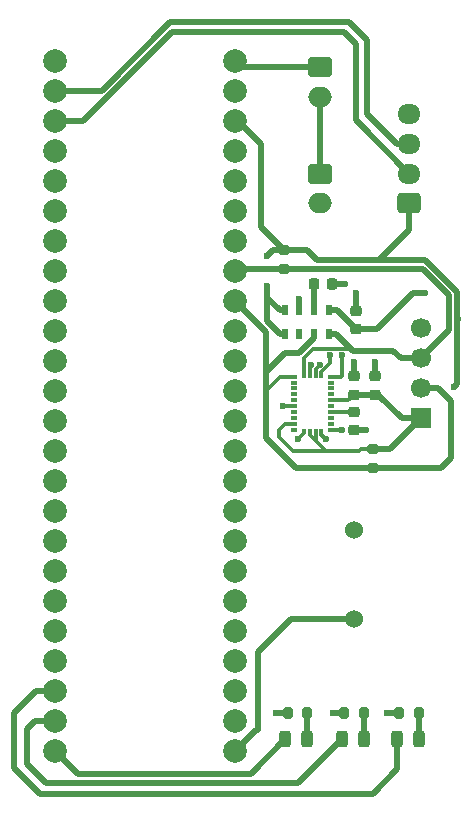
<source format=gbr>
%TF.GenerationSoftware,KiCad,Pcbnew,9.0.0*%
%TF.CreationDate,2026-01-12T14:03:56-05:00*%
%TF.ProjectId,nick_egorov_flight_computer,6e69636b-5f65-4676-9f72-6f765f666c69,rev?*%
%TF.SameCoordinates,Original*%
%TF.FileFunction,Copper,L1,Top*%
%TF.FilePolarity,Positive*%
%FSLAX46Y46*%
G04 Gerber Fmt 4.6, Leading zero omitted, Abs format (unit mm)*
G04 Created by KiCad (PCBNEW 9.0.0) date 2026-01-12 14:03:56*
%MOMM*%
%LPD*%
G01*
G04 APERTURE LIST*
G04 Aperture macros list*
%AMRoundRect*
0 Rectangle with rounded corners*
0 $1 Rounding radius*
0 $2 $3 $4 $5 $6 $7 $8 $9 X,Y pos of 4 corners*
0 Add a 4 corners polygon primitive as box body*
4,1,4,$2,$3,$4,$5,$6,$7,$8,$9,$2,$3,0*
0 Add four circle primitives for the rounded corners*
1,1,$1+$1,$2,$3*
1,1,$1+$1,$4,$5*
1,1,$1+$1,$6,$7*
1,1,$1+$1,$8,$9*
0 Add four rect primitives between the rounded corners*
20,1,$1+$1,$2,$3,$4,$5,0*
20,1,$1+$1,$4,$5,$6,$7,0*
20,1,$1+$1,$6,$7,$8,$9,0*
20,1,$1+$1,$8,$9,$2,$3,0*%
G04 Aperture macros list end*
%TA.AperFunction,SMDPad,CuDef*%
%ADD10RoundRect,0.225000X0.250000X-0.225000X0.250000X0.225000X-0.250000X0.225000X-0.250000X-0.225000X0*%
%TD*%
%TA.AperFunction,SMDPad,CuDef*%
%ADD11RoundRect,0.200000X-0.200000X-0.275000X0.200000X-0.275000X0.200000X0.275000X-0.200000X0.275000X0*%
%TD*%
%TA.AperFunction,SMDPad,CuDef*%
%ADD12RoundRect,0.243750X0.243750X0.456250X-0.243750X0.456250X-0.243750X-0.456250X0.243750X-0.456250X0*%
%TD*%
%TA.AperFunction,SMDPad,CuDef*%
%ADD13R,0.525000X0.300000*%
%TD*%
%TA.AperFunction,SMDPad,CuDef*%
%ADD14R,0.300000X0.425000*%
%TD*%
%TA.AperFunction,ComponentPad*%
%ADD15R,1.700000X1.700000*%
%TD*%
%TA.AperFunction,ComponentPad*%
%ADD16C,1.700000*%
%TD*%
%TA.AperFunction,ComponentPad*%
%ADD17RoundRect,0.250000X0.725000X-0.600000X0.725000X0.600000X-0.725000X0.600000X-0.725000X-0.600000X0*%
%TD*%
%TA.AperFunction,ComponentPad*%
%ADD18O,1.950000X1.700000*%
%TD*%
%TA.AperFunction,SMDPad,CuDef*%
%ADD19R,0.558800X0.838200*%
%TD*%
%TA.AperFunction,SMDPad,CuDef*%
%ADD20RoundRect,0.200000X-0.275000X0.200000X-0.275000X-0.200000X0.275000X-0.200000X0.275000X0.200000X0*%
%TD*%
%TA.AperFunction,ComponentPad*%
%ADD21RoundRect,0.250000X-0.750000X0.600000X-0.750000X-0.600000X0.750000X-0.600000X0.750000X0.600000X0*%
%TD*%
%TA.AperFunction,ComponentPad*%
%ADD22O,2.000000X1.700000*%
%TD*%
%TA.AperFunction,ComponentPad*%
%ADD23C,1.524000*%
%TD*%
%TA.AperFunction,SMDPad,CuDef*%
%ADD24RoundRect,0.225000X-0.250000X0.225000X-0.250000X-0.225000X0.250000X-0.225000X0.250000X0.225000X0*%
%TD*%
%TA.AperFunction,ComponentPad*%
%ADD25C,2.000000*%
%TD*%
%TA.AperFunction,SMDPad,CuDef*%
%ADD26RoundRect,0.225000X0.225000X0.250000X-0.225000X0.250000X-0.225000X-0.250000X0.225000X-0.250000X0*%
%TD*%
%TA.AperFunction,ViaPad*%
%ADD27C,0.600000*%
%TD*%
%TA.AperFunction,Conductor*%
%ADD28C,0.300000*%
%TD*%
%TA.AperFunction,Conductor*%
%ADD29C,0.500000*%
%TD*%
G04 APERTURE END LIST*
D10*
%TO.P,C5,1*%
%TO.N,+3.3V*%
X127129581Y-103225846D03*
%TO.P,C5,2*%
%TO.N,GND*%
X127129581Y-101675846D03*
%TD*%
D11*
%TO.P,R5,1*%
%TO.N,GND*%
X129200000Y-130200000D03*
%TO.P,R5,2*%
%TO.N,Net-(D3-K)*%
X130850000Y-130200000D03*
%TD*%
D12*
%TO.P,D1,1,K*%
%TO.N,Net-(D1-K)*%
X126200000Y-132400000D03*
%TO.P,D1,2,A*%
%TO.N,Net-(D1-A)*%
X124325000Y-132400000D03*
%TD*%
D13*
%TO.P,U2,1*%
%TO.N,N/C*%
X120300000Y-106200000D03*
D14*
%TO.P,U2,2,GND*%
%TO.N,GND*%
X121112500Y-106262500D03*
%TO.P,U2,3,VDD*%
%TO.N,+3.3V*%
X121612500Y-106262500D03*
%TO.P,U2,4,NBOOT_LOAD_PIN*%
X122112500Y-106262500D03*
%TO.P,U2,5,PS1*%
%TO.N,GND*%
X122612500Y-106262500D03*
D13*
%TO.P,U2,6,PS0*%
X123425000Y-106200000D03*
%TO.P,U2,7*%
%TO.N,N/C*%
X123425000Y-105700000D03*
%TO.P,U2,8*%
X123425000Y-105200000D03*
%TO.P,U2,9,CAP*%
%TO.N,Net-(U2-CAP)*%
X123425000Y-104700000D03*
%TO.P,U2,10,PIN10*%
%TO.N,unconnected-(U2-PIN10-Pad10)*%
X123425000Y-104200000D03*
%TO.P,U2,11,NRESET*%
%TO.N,+3.3V*%
X123425000Y-103700000D03*
%TO.P,U2,12*%
%TO.N,N/C*%
X123425000Y-103200000D03*
%TO.P,U2,13*%
X123425000Y-102700000D03*
%TO.P,U2,14,INT*%
%TO.N,unconnected-(U2-INT-Pad14)*%
X123425000Y-102200000D03*
%TO.P,U2,15,PIN15*%
%TO.N,GND*%
X123425000Y-101700000D03*
D14*
%TO.P,U2,16,PIN16*%
X122612500Y-101637500D03*
%TO.P,U2,17,COM3*%
X122112500Y-101637500D03*
%TO.P,U2,18,COM2*%
X121612500Y-101637500D03*
%TO.P,U2,19,COM1*%
%TO.N,SCL*%
X121112500Y-101637500D03*
D13*
%TO.P,U2,20,COM0*%
%TO.N,SDA*%
X120300000Y-101700000D03*
%TO.P,U2,21*%
%TO.N,N/C*%
X120300000Y-102200000D03*
%TO.P,U2,22*%
X120300000Y-102700000D03*
%TO.P,U2,23*%
X120300000Y-103200000D03*
%TO.P,U2,24*%
X120300000Y-103700000D03*
%TO.P,U2,25,GNDIO*%
%TO.N,GND*%
X120300000Y-104200000D03*
%TO.P,U2,26,XOUT32*%
%TO.N,unconnected-(U2-XOUT32-Pad26)*%
X120300000Y-104700000D03*
%TO.P,U2,27,XIN32*%
%TO.N,unconnected-(U2-XIN32-Pad27)*%
X120300000Y-105200000D03*
%TO.P,U2,28,VDDIO*%
%TO.N,+3.3V*%
X120300000Y-105700000D03*
%TD*%
D15*
%TO.P,J1,1,Pin_1*%
%TO.N,+3.3V*%
X131000000Y-105220000D03*
D16*
%TO.P,J1,2,Pin_2*%
%TO.N,SDA*%
X131000000Y-102680000D03*
%TO.P,J1,3,Pin_3*%
%TO.N,SCL*%
X131000000Y-100140000D03*
%TO.P,J1,4,Pin_4*%
%TO.N,GND*%
X131000000Y-97600000D03*
%TD*%
D12*
%TO.P,D2,1,K*%
%TO.N,Net-(D2-K)*%
X121400000Y-132400000D03*
%TO.P,D2,2,A*%
%TO.N,Net-(D2-A)*%
X119525000Y-132400000D03*
%TD*%
D17*
%TO.P,J1,1,Pin_1*%
%TO.N,+3.3V*%
X130000000Y-87000000D03*
D18*
%TO.P,J1,2,Pin_2*%
%TO.N,TX*%
X130000000Y-84500000D03*
%TO.P,J1,3,Pin_3*%
%TO.N,RX*%
X130000000Y-82000000D03*
%TO.P,J1,4,Pin_4*%
%TO.N,GND*%
X130000000Y-79500000D03*
%TD*%
D12*
%TO.P,D3,1,K*%
%TO.N,Net-(D3-K)*%
X130875000Y-132400000D03*
%TO.P,D3,2,A*%
%TO.N,Net-(D3-A)*%
X129000000Y-132400000D03*
%TD*%
D19*
%TO.P,U3,1,VDD*%
%TO.N,+3.3V*%
X123250000Y-96093400D03*
%TO.P,U3,2,CAP*%
%TO.N,Net-(U3-CAP)*%
X122000000Y-96093400D03*
%TO.P,U3,3,GND*%
%TO.N,GND*%
X120750000Y-96093400D03*
%TO.P,U3,4,\u002ASHDN*%
%TO.N,+3.3V*%
X119500000Y-96093400D03*
%TO.P,U3,5,\u002ARST*%
X119500000Y-98100000D03*
%TO.P,U3,6,NC*%
%TO.N,unconnected-(U3-NC-Pad6)*%
X120750000Y-98100000D03*
%TO.P,U3,7,SDA*%
%TO.N,SDA*%
X122000000Y-98100000D03*
%TO.P,U3,8,SCL*%
%TO.N,SCL*%
X123250000Y-98100000D03*
%TD*%
D20*
%TO.P,R1,1*%
%TO.N,+3.3V*%
X119400000Y-90950000D03*
%TO.P,R1,2*%
%TO.N,SCL*%
X119400000Y-92600000D03*
%TD*%
D21*
%TO.P,J2,1,Pin_1*%
%TO.N,Net-(J2-Pin_1)*%
X122500000Y-75500000D03*
D22*
%TO.P,J2,2,Pin_2*%
%TO.N,Net-(J2-Pin_2)*%
X122500000Y-78000000D03*
%TD*%
D21*
%TO.P,J3,1,Pin_1*%
%TO.N,Net-(J2-Pin_2)*%
X122525000Y-84500000D03*
D22*
%TO.P,J3,2,Pin_2*%
%TO.N,GND*%
X122525000Y-87000000D03*
%TD*%
D23*
%TO.P,BZ1,1,+*%
%TO.N,Net-(BZ1-+)*%
X125400000Y-122200000D03*
%TO.P,BZ1,2,-*%
%TO.N,GND*%
X125400000Y-114700000D03*
%TD*%
D24*
%TO.P,C3,1*%
%TO.N,GND*%
X125500000Y-96100000D03*
%TO.P,C3,2*%
%TO.N,+3.3V*%
X125500000Y-97650000D03*
%TD*%
D25*
%TO.P,Teensy4.1,0,RX1*%
%TO.N,RX*%
X100060000Y-77520000D03*
%TO.P,Teensy4.1,1,TX1*%
%TO.N,TX*%
X100060000Y-80060000D03*
%TO.P,Teensy4.1,2,PWM*%
%TO.N,unconnected-(Teensy4.1-PWM-Pad2)*%
X100060000Y-82600000D03*
%TO.P,Teensy4.1,3,PWM*%
%TO.N,unconnected-(Teensy4.1-PWM-Pad3)*%
X100060000Y-85140000D03*
%TO.P,Teensy4.1,3V,3.3V*%
%TO.N,unconnected-(Teensy4.1-3.3V-Pad3V)*%
X100060000Y-110540000D03*
%TO.P,Teensy4.1,3V1,3.3V*%
%TO.N,+3.3V*%
X115300000Y-80060000D03*
%TO.P,Teensy4.1,4,PWM*%
%TO.N,unconnected-(Teensy4.1-PWM-Pad4)*%
X100060000Y-87680000D03*
%TO.P,Teensy4.1,5,PWM*%
%TO.N,unconnected-(Teensy4.1-PWM-Pad5)*%
X100060000Y-90220000D03*
%TO.P,Teensy4.1,5V,VIN*%
%TO.N,Net-(J2-Pin_1)*%
X115300000Y-74980000D03*
%TO.P,Teensy4.1,6,PWM*%
%TO.N,unconnected-(Teensy4.1-PWM-Pad6)*%
X100060000Y-92760000D03*
%TO.P,Teensy4.1,7,RX2*%
%TO.N,unconnected-(Teensy4.1-RX2-Pad7)*%
X100060000Y-95300000D03*
%TO.P,Teensy4.1,8,TX2*%
%TO.N,unconnected-(Teensy4.1-TX2-Pad8)*%
X100060000Y-97840000D03*
%TO.P,Teensy4.1,9,PWM*%
%TO.N,unconnected-(Teensy4.1-PWM-Pad9)*%
X100060000Y-100380000D03*
%TO.P,Teensy4.1,10,CS*%
%TO.N,unconnected-(Teensy4.1-CS-Pad10)*%
X100060000Y-102920000D03*
%TO.P,Teensy4.1,11,MOSI*%
%TO.N,unconnected-(Teensy4.1-MOSI-Pad11)*%
X100060000Y-105460000D03*
%TO.P,Teensy4.1,12,MISO*%
%TO.N,unconnected-(Teensy4.1-MISO-Pad12)*%
X100060000Y-108000000D03*
%TO.P,Teensy4.1,13,SCK*%
%TO.N,unconnected-(Teensy4.1-SCK-Pad13)*%
X115300000Y-108000000D03*
%TO.P,Teensy4.1,14,A0*%
%TO.N,unconnected-(Teensy4.1-A0-Pad14)*%
X115300000Y-105460000D03*
%TO.P,Teensy4.1,15,A1*%
%TO.N,unconnected-(Teensy4.1-A1-Pad15)*%
X115300000Y-102920000D03*
%TO.P,Teensy4.1,16,A2*%
%TO.N,unconnected-(Teensy4.1-A2-Pad16)*%
X115300000Y-100380000D03*
%TO.P,Teensy4.1,17,A3*%
%TO.N,unconnected-(Teensy4.1-A3-Pad17)*%
X115300000Y-97840000D03*
%TO.P,Teensy4.1,18,SDA*%
%TO.N,SDA*%
X115300000Y-95300000D03*
%TO.P,Teensy4.1,19,SCL*%
%TO.N,SCL*%
X115300000Y-92760000D03*
%TO.P,Teensy4.1,20,TX5*%
%TO.N,unconnected-(Teensy4.1-TX5-Pad20)*%
X115300000Y-90220000D03*
%TO.P,Teensy4.1,21,RX5*%
%TO.N,unconnected-(Teensy4.1-RX5-Pad21)*%
X115300000Y-87680000D03*
%TO.P,Teensy4.1,22,PWM*%
%TO.N,unconnected-(Teensy4.1-PWM-Pad22)*%
X115300000Y-85140000D03*
%TO.P,Teensy4.1,23,PWM*%
%TO.N,unconnected-(Teensy4.1-PWM-Pad23)*%
X115300000Y-82600000D03*
%TO.P,Teensy4.1,24,SCL2*%
%TO.N,unconnected-(Teensy4.1-SCL2-Pad24)*%
X100060000Y-113080000D03*
%TO.P,Teensy4.1,25,SDA2*%
%TO.N,unconnected-(Teensy4.1-SDA2-Pad25)*%
X100060000Y-115620000D03*
%TO.P,Teensy4.1,26,MOSI1*%
%TO.N,unconnected-(Teensy4.1-MOSI1-Pad26)*%
X100060000Y-118160000D03*
%TO.P,Teensy4.1,27,SCK1*%
%TO.N,unconnected-(Teensy4.1-SCK1-Pad27)*%
X100060000Y-120700000D03*
%TO.P,Teensy4.1,28,RX7*%
%TO.N,unconnected-(Teensy4.1-RX7-Pad28)*%
X100060000Y-123240000D03*
%TO.P,Teensy4.1,29,TX7*%
%TO.N,unconnected-(Teensy4.1-TX7-Pad29)*%
X100060000Y-125780000D03*
%TO.P,Teensy4.1,30,GPIO*%
%TO.N,Net-(D3-A)*%
X100060000Y-128320000D03*
%TO.P,Teensy4.1,31,GPIO*%
%TO.N,Net-(D1-A)*%
X100060000Y-130860000D03*
%TO.P,Teensy4.1,32,GPIO*%
%TO.N,Net-(D2-A)*%
X100060000Y-133400000D03*
%TO.P,Teensy4.1,33,PWM*%
%TO.N,Net-(BZ1-+)*%
X115300000Y-133400000D03*
%TO.P,Teensy4.1,34,RX8*%
%TO.N,unconnected-(Teensy4.1-RX8-Pad34)*%
X115300000Y-130860000D03*
%TO.P,Teensy4.1,35,TX8*%
%TO.N,unconnected-(Teensy4.1-TX8-Pad35)*%
X115300000Y-128320000D03*
%TO.P,Teensy4.1,36,PWM*%
%TO.N,unconnected-(Teensy4.1-PWM-Pad36)*%
X115300000Y-125780000D03*
%TO.P,Teensy4.1,37,PWM*%
%TO.N,unconnected-(Teensy4.1-PWM-Pad37)*%
X115300000Y-123240000D03*
%TO.P,Teensy4.1,38,CS1*%
%TO.N,unconnected-(Teensy4.1-CS1-Pad38)*%
X115300000Y-120700000D03*
%TO.P,Teensy4.1,39,MISO1*%
%TO.N,unconnected-(Teensy4.1-MISO1-Pad39)*%
X115300000Y-118160000D03*
%TO.P,Teensy4.1,40,A16*%
%TO.N,unconnected-(Teensy4.1-A16-Pad40)*%
X115300000Y-115620000D03*
%TO.P,Teensy4.1,41,A17*%
%TO.N,unconnected-(Teensy4.1-A17-Pad41)*%
X115300000Y-113080000D03*
%TO.P,Teensy4.1,G,GND*%
%TO.N,GND*%
X100060000Y-74980000D03*
%TO.P,Teensy4.1,G1,GND*%
X115300000Y-77520000D03*
%TO.P,Teensy4.1,G2,GND*%
%TO.N,unconnected-(Teensy4.1-GND-PadG2)*%
X115300000Y-110540000D03*
%TD*%
D20*
%TO.P,R2,1*%
%TO.N,+3.3V*%
X127000000Y-107800000D03*
%TO.P,R2,2*%
%TO.N,SDA*%
X127000000Y-109450000D03*
%TD*%
D11*
%TO.P,R3,1*%
%TO.N,GND*%
X124550000Y-130200000D03*
%TO.P,R3,2*%
%TO.N,Net-(D1-K)*%
X126200000Y-130200000D03*
%TD*%
D24*
%TO.P,C2,1*%
%TO.N,Net-(U2-CAP)*%
X125362500Y-104700000D03*
%TO.P,C2,2*%
%TO.N,GND*%
X125362500Y-106250000D03*
%TD*%
D11*
%TO.P,R4,1*%
%TO.N,GND*%
X119750000Y-130200000D03*
%TO.P,R4,2*%
%TO.N,Net-(D2-K)*%
X121400000Y-130200000D03*
%TD*%
D24*
%TO.P,C1,1*%
%TO.N,GND*%
X125362500Y-101675000D03*
%TO.P,C1,2*%
%TO.N,+3.3V*%
X125362500Y-103225000D03*
%TD*%
D26*
%TO.P,C4,1*%
%TO.N,GND*%
X123500000Y-93878300D03*
%TO.P,C4,2*%
%TO.N,Net-(U3-CAP)*%
X121950000Y-93878300D03*
%TD*%
D27*
%TO.N,GND*%
X124380179Y-99875000D03*
X119362500Y-104200000D03*
X123600000Y-130200000D03*
X124600000Y-93878300D03*
X128200000Y-130200000D03*
X121700000Y-100700000D03*
X120750000Y-95100000D03*
X127129581Y-100450846D03*
X118800000Y-130200000D03*
X125500000Y-94600000D03*
X124362500Y-106200000D03*
X123000000Y-107000000D03*
X122500000Y-100700000D03*
X125362500Y-100450000D03*
X120600000Y-107000000D03*
X126400000Y-106200000D03*
X123324748Y-99875000D03*
%TO.N,+3.3V*%
X131400000Y-94600000D03*
X133800000Y-102600000D03*
X134150000Y-96800000D03*
X118000000Y-91500000D03*
X118000000Y-94000000D03*
%TD*%
D28*
%TO.N,GND*%
X123324748Y-99875000D02*
X123324748Y-100550283D01*
X122612500Y-106612500D02*
X123000000Y-107000000D01*
D29*
X125362500Y-101675000D02*
X125362500Y-100450000D01*
D28*
X124380179Y-99875000D02*
X124380179Y-101617577D01*
X122112500Y-101087500D02*
X122112500Y-101637500D01*
X123324748Y-100550283D02*
X122612500Y-101262531D01*
D29*
X126350000Y-106250000D02*
X126400000Y-106200000D01*
X125500000Y-96100000D02*
X125500000Y-94600000D01*
D28*
X121112500Y-106487500D02*
X120600000Y-107000000D01*
D29*
X119750000Y-130200000D02*
X118800000Y-130200000D01*
D28*
X123425000Y-106200000D02*
X124362500Y-106200000D01*
D29*
X120750000Y-96093400D02*
X120750000Y-95100000D01*
D28*
X121612500Y-101637500D02*
X121612500Y-100787500D01*
X122612500Y-101262531D02*
X122612500Y-101637500D01*
D29*
X125362500Y-106250000D02*
X126350000Y-106250000D01*
X124600000Y-93878300D02*
X123500000Y-93878300D01*
D28*
X121112500Y-106262500D02*
X121112500Y-106487500D01*
X122500000Y-100700000D02*
X122112500Y-101087500D01*
X120300000Y-104200000D02*
X119362500Y-104200000D01*
X124380179Y-101617577D02*
X124297756Y-101700000D01*
D29*
X128200000Y-130200000D02*
X129200000Y-130200000D01*
X123600000Y-130200000D02*
X124550000Y-130200000D01*
D28*
X121612500Y-100787500D02*
X121700000Y-100700000D01*
X124297756Y-101700000D02*
X123425000Y-101700000D01*
D29*
X127129581Y-101675846D02*
X127129581Y-100450846D01*
D28*
X122612500Y-106262500D02*
X122612500Y-106612500D01*
D29*
%TO.N,Net-(BZ1-+)*%
X120000000Y-122200000D02*
X125400000Y-122200000D01*
X115300000Y-133400000D02*
X117100000Y-131600000D01*
X117200000Y-131600000D02*
X117200000Y-125000000D01*
X117100000Y-131600000D02*
X117200000Y-131600000D01*
X117200000Y-125000000D02*
X120000000Y-122200000D01*
D28*
%TO.N,+3.3V*%
X120200000Y-108000000D02*
X123000000Y-108000000D01*
X119500000Y-105700000D02*
X119000000Y-106200000D01*
D29*
X129420000Y-105220000D02*
X131000000Y-105220000D01*
X130000000Y-87000000D02*
X130000000Y-89300000D01*
D28*
X121612500Y-106262500D02*
X121612500Y-106612500D01*
D29*
X127425846Y-103225846D02*
X129420000Y-105220000D01*
D28*
X121612500Y-106612500D02*
X123000000Y-108000000D01*
D29*
X122200000Y-91800000D02*
X127500000Y-91800000D01*
X128000000Y-97000000D02*
X130400000Y-94600000D01*
D28*
X120300000Y-105700000D02*
X119500000Y-105700000D01*
D29*
X130400000Y-94600000D02*
X131400000Y-94600000D01*
X118000000Y-95000000D02*
X119093400Y-96093400D01*
X134101000Y-102299000D02*
X133800000Y-102600000D01*
X127500000Y-91800000D02*
X131400000Y-91800000D01*
X118000000Y-94000000D02*
X118000000Y-95000000D01*
X125500000Y-97650000D02*
X127350000Y-97650000D01*
X127129581Y-103225846D02*
X127425846Y-103225846D01*
X119400000Y-90950000D02*
X121350000Y-90950000D01*
D28*
X119000000Y-106800000D02*
X120200000Y-108000000D01*
X123000000Y-108000000D02*
X125800000Y-108000000D01*
D29*
X118550000Y-90950000D02*
X118000000Y-91500000D01*
X131400000Y-91800000D02*
X134101000Y-94501000D01*
X115300000Y-80060000D02*
X115560000Y-80060000D01*
D28*
X119000000Y-106200000D02*
X119000000Y-106800000D01*
X122112500Y-107112500D02*
X123000000Y-108000000D01*
D29*
X119400000Y-90950000D02*
X118550000Y-90950000D01*
X127000000Y-107800000D02*
X128420000Y-107800000D01*
X134101000Y-94501000D02*
X134101000Y-102299000D01*
X130000000Y-89300000D02*
X127500000Y-91800000D01*
X117500000Y-82000000D02*
X117500000Y-89050000D01*
X118000000Y-95000000D02*
X118000000Y-97000000D01*
X119093400Y-96093400D02*
X119500000Y-96093400D01*
X117500000Y-89050000D02*
X119400000Y-90950000D01*
D28*
X123425000Y-103700000D02*
X124887500Y-103700000D01*
D29*
X123943400Y-96093400D02*
X125500000Y-97650000D01*
X127129581Y-103225846D02*
X125363346Y-103225846D01*
X123250000Y-96093400D02*
X123943400Y-96093400D01*
X125363346Y-103225846D02*
X125362500Y-103225000D01*
D28*
X125800000Y-108000000D02*
X126000000Y-107800000D01*
D29*
X115560000Y-80060000D02*
X117500000Y-82000000D01*
X127350000Y-97650000D02*
X128000000Y-97000000D01*
X128420000Y-107800000D02*
X131000000Y-105220000D01*
X121350000Y-90950000D02*
X122200000Y-91800000D01*
D28*
X124887500Y-103700000D02*
X125362500Y-103225000D01*
X122112500Y-106262500D02*
X122112500Y-107112500D01*
D29*
X118000000Y-97000000D02*
X119100000Y-98100000D01*
D28*
X126000000Y-107800000D02*
X127000000Y-107800000D01*
D29*
X119100000Y-98100000D02*
X119500000Y-98100000D01*
D28*
%TO.N,Net-(U2-CAP)*%
X123425000Y-104700000D02*
X125362500Y-104700000D01*
D29*
%TO.N,Net-(U3-CAP)*%
X121950000Y-96043400D02*
X122000000Y-96093400D01*
X122000000Y-96093400D02*
X122000000Y-93928300D01*
X122000000Y-93928300D02*
X121950000Y-93878300D01*
%TO.N,Net-(D1-K)*%
X126200000Y-132400000D02*
X126200000Y-130200000D01*
%TO.N,Net-(D1-A)*%
X97700000Y-134500000D02*
X99300000Y-136100000D01*
X99300000Y-136100000D02*
X120625000Y-136100000D01*
X100060000Y-130860000D02*
X98340000Y-130860000D01*
X98340000Y-130860000D02*
X97700000Y-131500000D01*
X97700000Y-131500000D02*
X97700000Y-134500000D01*
X120625000Y-136100000D02*
X124325000Y-132400000D01*
%TO.N,Net-(D2-A)*%
X100060000Y-133400000D02*
X101960000Y-135300000D01*
X101960000Y-135300000D02*
X116625000Y-135300000D01*
X116625000Y-135300000D02*
X119525000Y-132400000D01*
%TO.N,Net-(D2-K)*%
X121225000Y-132225000D02*
X121400000Y-132400000D01*
X121400000Y-130200000D02*
X121400000Y-132400000D01*
%TO.N,Net-(D3-A)*%
X129000000Y-134937500D02*
X129000000Y-132400000D01*
X100060000Y-128320000D02*
X98480000Y-128320000D01*
X98480000Y-128320000D02*
X96600000Y-130200000D01*
X126937500Y-137000000D02*
X129000000Y-134937500D01*
X96600000Y-130200000D02*
X96600000Y-134800000D01*
X96600000Y-134800000D02*
X98800000Y-137000000D01*
X98800000Y-137000000D02*
X126937500Y-137000000D01*
%TO.N,Net-(D3-K)*%
X130850000Y-132375000D02*
X130875000Y-132400000D01*
X130850000Y-130200000D02*
X130850000Y-132375000D01*
%TO.N,SDA*%
X133600000Y-103800000D02*
X132480000Y-102680000D01*
X117900000Y-102900000D02*
X117900000Y-106900000D01*
X119500000Y-99700000D02*
X117900000Y-101300000D01*
X117900000Y-97900000D02*
X117900000Y-101300000D01*
D28*
X119100000Y-101700000D02*
X117900000Y-102900000D01*
D29*
X133600000Y-108600000D02*
X133600000Y-103800000D01*
X117900000Y-106900000D02*
X120450000Y-109450000D01*
X122000000Y-98400425D02*
X120700425Y-99700000D01*
X120450000Y-109450000D02*
X127000000Y-109450000D01*
X127000000Y-109450000D02*
X132750000Y-109450000D01*
X117900000Y-101300000D02*
X117900000Y-102900000D01*
X120700425Y-99700000D02*
X119500000Y-99700000D01*
X132480000Y-102680000D02*
X131000000Y-102680000D01*
X115300000Y-95300000D02*
X117900000Y-97900000D01*
X132750000Y-109450000D02*
X133600000Y-108600000D01*
X122000000Y-98100000D02*
X122000000Y-98400425D01*
D28*
X120300000Y-101700000D02*
X119100000Y-101700000D01*
D29*
%TO.N,SCL*%
X125250000Y-99500000D02*
X128700000Y-99500000D01*
X133400000Y-94800000D02*
X131200000Y-92600000D01*
X115460000Y-92600000D02*
X115300000Y-92760000D01*
X128700000Y-99500000D02*
X129340000Y-100140000D01*
D28*
X121925367Y-99325000D02*
X125075000Y-99325000D01*
X121112500Y-101637500D02*
X121112500Y-100137867D01*
D29*
X131000000Y-100140000D02*
X133400000Y-97740000D01*
X123850000Y-98100000D02*
X125250000Y-99500000D01*
X119400000Y-92600000D02*
X115460000Y-92600000D01*
X129340000Y-100140000D02*
X131000000Y-100140000D01*
X123250000Y-98100000D02*
X123850000Y-98100000D01*
X133400000Y-97740000D02*
X133400000Y-94800000D01*
D28*
X121112500Y-100137867D02*
X121925367Y-99325000D01*
D29*
X131200000Y-92600000D02*
X119400000Y-92600000D01*
D28*
X125075000Y-99325000D02*
X125250000Y-99500000D01*
D29*
%TO.N,Net-(J2-Pin_2)*%
X122525000Y-78025000D02*
X122500000Y-78000000D01*
X122525000Y-84500000D02*
X122525000Y-78025000D01*
%TO.N,Net-(J2-Pin_1)*%
X115300000Y-74980000D02*
X115820000Y-75500000D01*
X115820000Y-75500000D02*
X122500000Y-75500000D01*
%TO.N,RX*%
X104000000Y-77500000D02*
X101500000Y-77500000D01*
X126500000Y-79500000D02*
X126500000Y-73202018D01*
X109815036Y-71684964D02*
X104000000Y-77500000D01*
X124982946Y-71684964D02*
X109815036Y-71684964D01*
X130000000Y-82000000D02*
X129000000Y-82000000D01*
X101500000Y-77500000D02*
X101480000Y-77520000D01*
X129000000Y-82000000D02*
X126500000Y-79500000D01*
X126500000Y-73202018D02*
X124982946Y-71684964D01*
X101480000Y-77520000D02*
X100060000Y-77520000D01*
%TO.N,TX*%
X124500000Y-72500000D02*
X110000000Y-72500000D01*
X102440000Y-80060000D02*
X100060000Y-80060000D01*
X130000000Y-84500000D02*
X125500000Y-80000000D01*
X110000000Y-72500000D02*
X102440000Y-80060000D01*
X125500000Y-80000000D02*
X125500000Y-73500000D01*
X125500000Y-73500000D02*
X124500000Y-72500000D01*
%TD*%
M02*

</source>
